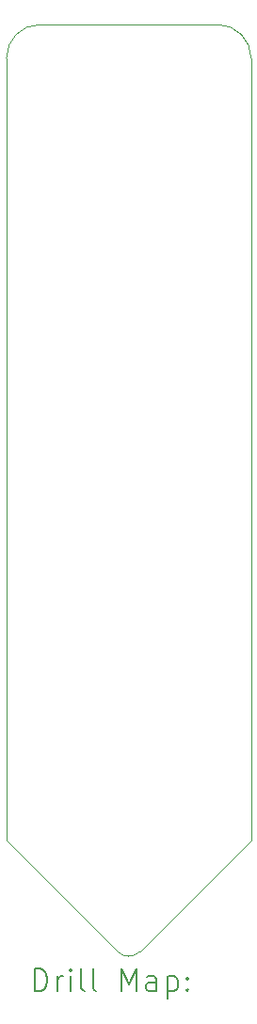
<source format=gbr>
%TF.GenerationSoftware,KiCad,Pcbnew,(6.0.7)*%
%TF.CreationDate,2022-09-04T16:16:37-05:00*%
%TF.ProjectId,parasite-mini-test,70617261-7369-4746-952d-6d696e692d74,1.2.0*%
%TF.SameCoordinates,Original*%
%TF.FileFunction,Drillmap*%
%TF.FilePolarity,Positive*%
%FSLAX45Y45*%
G04 Gerber Fmt 4.5, Leading zero omitted, Abs format (unit mm)*
G04 Created by KiCad (PCBNEW (6.0.7)) date 2022-09-04 16:16:37*
%MOMM*%
%LPD*%
G01*
G04 APERTURE LIST*
%ADD10C,0.050000*%
%ADD11C,0.200000*%
G04 APERTURE END LIST*
D10*
X6000000Y-2700000D02*
X7600000Y-2700000D01*
X6700000Y-11032000D02*
G75*
G03*
X6900000Y-11032000I100000J100000D01*
G01*
X6700000Y-11032000D02*
X5700000Y-10032000D01*
X6900000Y-11032000D02*
X7900000Y-10032000D01*
X5700000Y-3000000D02*
X5700000Y-10032000D01*
X7900000Y-10032000D02*
X7900000Y-3000000D01*
X6000000Y-2700000D02*
G75*
G03*
X5700000Y-3000000I0J-300000D01*
G01*
X7900000Y-3000000D02*
G75*
G03*
X7600000Y-2700000I-300000J0D01*
G01*
D11*
X5955119Y-11386397D02*
X5955119Y-11186397D01*
X6002738Y-11186397D01*
X6031309Y-11195921D01*
X6050357Y-11214969D01*
X6059881Y-11234016D01*
X6069405Y-11272112D01*
X6069405Y-11300683D01*
X6059881Y-11338778D01*
X6050357Y-11357826D01*
X6031309Y-11376874D01*
X6002738Y-11386397D01*
X5955119Y-11386397D01*
X6155119Y-11386397D02*
X6155119Y-11253064D01*
X6155119Y-11291159D02*
X6164643Y-11272112D01*
X6174167Y-11262588D01*
X6193214Y-11253064D01*
X6212262Y-11253064D01*
X6278928Y-11386397D02*
X6278928Y-11253064D01*
X6278928Y-11186397D02*
X6269405Y-11195921D01*
X6278928Y-11205445D01*
X6288452Y-11195921D01*
X6278928Y-11186397D01*
X6278928Y-11205445D01*
X6402738Y-11386397D02*
X6383690Y-11376874D01*
X6374167Y-11357826D01*
X6374167Y-11186397D01*
X6507500Y-11386397D02*
X6488452Y-11376874D01*
X6478928Y-11357826D01*
X6478928Y-11186397D01*
X6736071Y-11386397D02*
X6736071Y-11186397D01*
X6802738Y-11329255D01*
X6869405Y-11186397D01*
X6869405Y-11386397D01*
X7050357Y-11386397D02*
X7050357Y-11281635D01*
X7040833Y-11262588D01*
X7021786Y-11253064D01*
X6983690Y-11253064D01*
X6964643Y-11262588D01*
X7050357Y-11376874D02*
X7031309Y-11386397D01*
X6983690Y-11386397D01*
X6964643Y-11376874D01*
X6955119Y-11357826D01*
X6955119Y-11338778D01*
X6964643Y-11319731D01*
X6983690Y-11310207D01*
X7031309Y-11310207D01*
X7050357Y-11300683D01*
X7145595Y-11253064D02*
X7145595Y-11453064D01*
X7145595Y-11262588D02*
X7164643Y-11253064D01*
X7202738Y-11253064D01*
X7221786Y-11262588D01*
X7231309Y-11272112D01*
X7240833Y-11291159D01*
X7240833Y-11348302D01*
X7231309Y-11367350D01*
X7221786Y-11376874D01*
X7202738Y-11386397D01*
X7164643Y-11386397D01*
X7145595Y-11376874D01*
X7326548Y-11367350D02*
X7336071Y-11376874D01*
X7326548Y-11386397D01*
X7317024Y-11376874D01*
X7326548Y-11367350D01*
X7326548Y-11386397D01*
X7326548Y-11262588D02*
X7336071Y-11272112D01*
X7326548Y-11281635D01*
X7317024Y-11272112D01*
X7326548Y-11262588D01*
X7326548Y-11281635D01*
M02*

</source>
